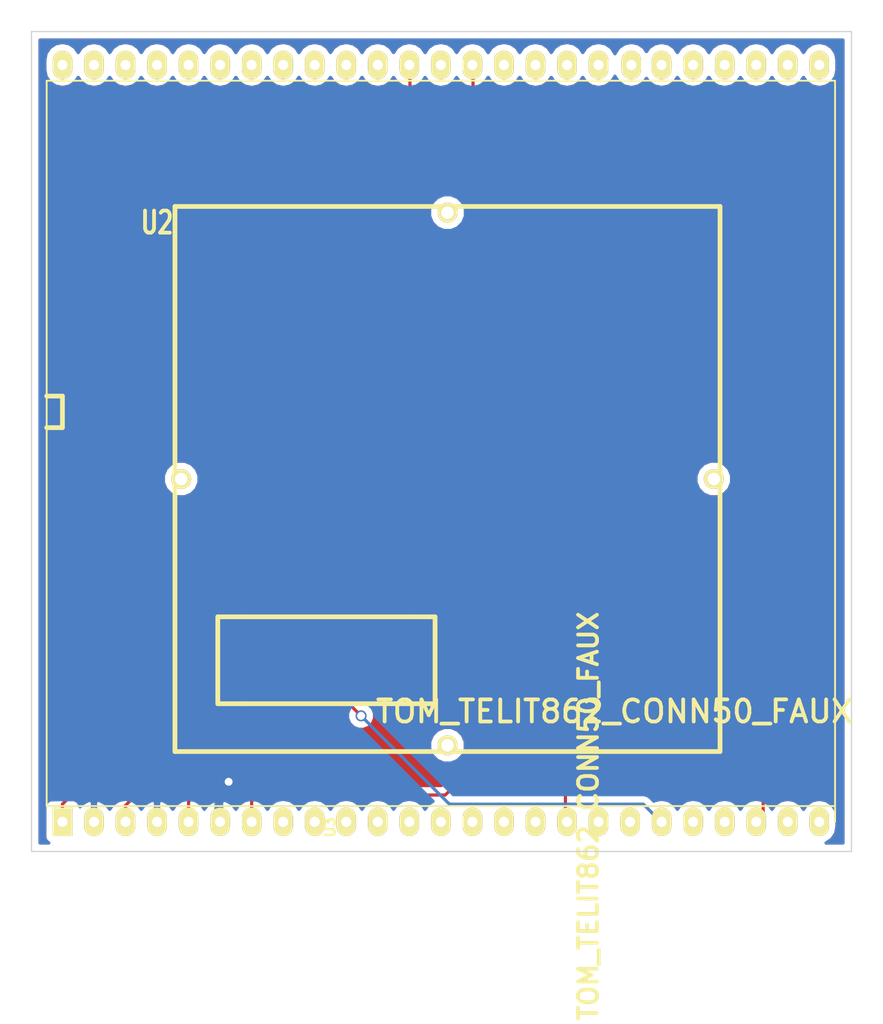
<source format=kicad_pcb>
(kicad_pcb (version 3) (host pcbnew "(2013-07-07 BZR 4022)-stable")

  (general
    (links 17)
    (no_connects 0)
    (area 144.78 111.76 218.313 198.12)
    (thickness 1.6)
    (drawings 4)
    (tracks 82)
    (zones 0)
    (modules 2)
    (nets 8)
  )

  (page A3)
  (layers
    (15 Dessus.Cu signal)
    (0 Dessous.Cu signal)
    (16 Dessous.Adhes user)
    (17 Dessus.Adhes user)
    (18 Dessous.Pate user)
    (19 Dessus.Pate user)
    (20 Dessous.SilkS user)
    (21 Dessus.SilkS user)
    (22 Dessous.Masque user)
    (23 Dessus.Masque user)
    (24 Dessin.User user)
    (25 Cmts.User user)
    (26 Eco1.User user)
    (27 Eco2.User user)
    (28 Contours.Ci user)
  )

  (setup
    (last_trace_width 0.254)
    (trace_clearance 0.1)
    (zone_clearance 0.508)
    (zone_45_only no)
    (trace_min 0.254)
    (segment_width 0.2)
    (edge_width 0.1)
    (via_size 0.889)
    (via_drill 0.635)
    (via_min_size 0.889)
    (via_min_drill 0.508)
    (uvia_size 0.508)
    (uvia_drill 0.127)
    (uvias_allowed no)
    (uvia_min_size 0.508)
    (uvia_min_drill 0.127)
    (pcb_text_width 0.3)
    (pcb_text_size 1.5 1.5)
    (mod_edge_width 0.15)
    (mod_text_size 1 1)
    (mod_text_width 0.15)
    (pad_size 1.5 1.5)
    (pad_drill 0.6)
    (pad_to_mask_clearance 0)
    (aux_axis_origin 0 0)
    (visible_elements FFFFFFBF)
    (pcbplotparams
      (layerselection 3178497)
      (usegerberextensions true)
      (excludeedgelayer true)
      (linewidth 0.150000)
      (plotframeref false)
      (viasonmask false)
      (mode 1)
      (useauxorigin false)
      (hpglpennumber 1)
      (hpglpenspeed 20)
      (hpglpendiameter 15)
      (hpglpenoverlay 2)
      (psnegative false)
      (psa4output false)
      (plotreference true)
      (plotvalue true)
      (plotothertext true)
      (plotinvisibletext false)
      (padsonsilk false)
      (subtractmaskfromsilk false)
      (outputformat 1)
      (mirror false)
      (drillshape 0)
      (scaleselection 1)
      (outputdirectory ""))
  )

  (net 0 "")
  (net 1 /GND)
  (net 2 /Led)
  (net 3 /ON/Off)
  (net 4 /Rst)
  (net 5 /Rx)
  (net 6 /Tx)
  (net 7 /Vbatt)

  (net_class Default "Ceci est la Netclass par défaut"
    (clearance 0.1)
    (trace_width 0.254)
    (via_dia 0.889)
    (via_drill 0.635)
    (uvia_dia 0.508)
    (uvia_drill 0.127)
    (add_net "")
    (add_net /GND)
    (add_net /Led)
    (add_net /ON/Off)
    (add_net /Rst)
    (add_net /Rx)
    (add_net /Tx)
    (add_net /Vbatt)
  )

  (module Modem_gsm_862 (layer Dessus.Cu) (tedit 54D34B1F) (tstamp 54D3432F)
    (at 173.9392 128.4224)
    (descr "Module telit gsm 862")
    (tags mod)
    (path /54D339CA)
    (fp_text reference U2 (at -16.51 1.27) (layer Dessus.SilkS)
      (effects (font (size 1.778 1.27) (thickness 0.3048)))
    )
    (fp_text value TOM_TELIT862_CONN50_FAUX (at 20.32 40.64) (layer Dessus.SilkS)
      (effects (font (size 1.778 1.778) (thickness 0.3048)))
    )
    (fp_line (start 38.1 48.26) (end -25.4 48.26) (layer Dessus.SilkS) (width 0.15))
    (fp_line (start -25.4 48.26) (end -25.4 -10.16) (layer Dessus.SilkS) (width 0.15))
    (fp_line (start 38.1 49.53) (end 38.1 16.51) (layer Dessus.SilkS) (width 0.15))
    (fp_line (start 38.1 -10.16) (end 38.1 16.51) (layer Dessus.SilkS) (width 0.15))
    (fp_line (start 38.1 -10.16) (end -25.4 -10.16) (layer Dessus.SilkS) (width 0.15))
    (fp_line (start -25.4 17.78) (end -24.13 17.78) (layer Dessus.SilkS) (width 0.381))
    (fp_line (start -24.13 17.78) (end -24.13 15.24) (layer Dessus.SilkS) (width 0.381))
    (fp_line (start -24.13 15.24) (end -25.4 15.24) (layer Dessus.SilkS) (width 0.381))
    (pad 1 thru_hole rect (at -24.13 49.53) (size 1.5748 2.286) (drill 0.8128)
      (layers *.Cu *.Mask Dessus.SilkS)
      (net 7 /Vbatt)
    )
    (pad 2 thru_hole oval (at -21.59 49.53) (size 1.5748 2.286) (drill 0.8128)
      (layers *.Cu *.Mask Dessus.SilkS)
      (net 1 /GND)
    )
    (pad 3 thru_hole oval (at -19.05 49.53) (size 1.5748 2.286) (drill 0.8128)
      (layers *.Cu *.Mask Dessus.SilkS)
      (net 7 /Vbatt)
    )
    (pad 4 thru_hole oval (at -16.51 49.53) (size 1.5748 2.286) (drill 0.8128)
      (layers *.Cu *.Mask Dessus.SilkS)
      (net 1 /GND)
    )
    (pad 5 thru_hole oval (at -13.97 49.53) (size 1.5748 2.286) (drill 0.8128)
      (layers *.Cu *.Mask Dessus.SilkS)
      (net 7 /Vbatt)
    )
    (pad 6 thru_hole oval (at -11.43 49.53) (size 1.5748 2.286) (drill 0.8128)
      (layers *.Cu *.Mask Dessus.SilkS)
      (net 1 /GND)
    )
    (pad 7 thru_hole oval (at -8.89 49.53) (size 1.5748 2.286) (drill 0.8128)
      (layers *.Cu *.Mask Dessus.SilkS)
      (net 7 /Vbatt)
    )
    (pad 8 thru_hole oval (at -6.35 49.53) (size 1.5748 2.286) (drill 0.8128)
      (layers *.Cu *.Mask Dessus.SilkS)
    )
    (pad 9 thru_hole oval (at -3.81 49.53) (size 1.5748 2.286) (drill 0.8128)
      (layers *.Cu *.Mask Dessus.SilkS)
    )
    (pad 10 thru_hole oval (at -1.27 49.53) (size 1.5748 2.286) (drill 0.8128)
      (layers *.Cu *.Mask Dessus.SilkS)
    )
    (pad 11 thru_hole oval (at 1.27 49.53) (size 1.5748 2.286) (drill 0.8128)
      (layers *.Cu *.Mask Dessus.SilkS)
    )
    (pad 12 thru_hole oval (at 3.81 49.53) (size 1.5748 2.286) (drill 0.8128)
      (layers *.Cu *.Mask Dessus.SilkS)
    )
    (pad 13 thru_hole oval (at 6.35 49.53) (size 1.5748 2.286) (drill 0.8128)
      (layers *.Cu *.Mask Dessus.SilkS)
    )
    (pad 14 thru_hole oval (at 8.89 49.53) (size 1.5748 2.286) (drill 0.8128)
      (layers *.Cu *.Mask Dessus.SilkS)
    )
    (pad 15 thru_hole oval (at 11.43 49.53) (size 1.5748 2.286) (drill 0.8128)
      (layers *.Cu *.Mask Dessus.SilkS)
    )
    (pad 16 thru_hole oval (at 13.97 49.53) (size 1.5748 2.286) (drill 0.8128)
      (layers *.Cu *.Mask Dessus.SilkS)
    )
    (pad 17 thru_hole oval (at 16.51 49.53) (size 1.5748 2.286) (drill 0.8128)
      (layers *.Cu *.Mask Dessus.SilkS)
      (net 3 /ON/Off)
    )
    (pad 18 thru_hole oval (at 19.05 49.53) (size 1.5748 2.286) (drill 0.8128)
      (layers *.Cu *.Mask Dessus.SilkS)
    )
    (pad 19 thru_hole oval (at 21.59 49.53) (size 1.5748 2.286) (drill 0.8128)
      (layers *.Cu *.Mask Dessus.SilkS)
    )
    (pad 20 thru_hole oval (at 24.13 49.53) (size 1.5748 2.286) (drill 0.8128)
      (layers *.Cu *.Mask Dessus.SilkS)
      (net 6 /Tx)
    )
    (pad 21 thru_hole oval (at 26.67 49.53) (size 1.5748 2.286) (drill 0.8128)
      (layers *.Cu *.Mask Dessus.SilkS)
    )
    (pad 22 thru_hole oval (at 29.21 49.53) (size 1.5748 2.286) (drill 0.8128)
      (layers *.Cu *.Mask Dessus.SilkS)
    )
    (pad 23 thru_hole oval (at 31.75 49.53) (size 1.5748 2.286) (drill 0.8128)
      (layers *.Cu *.Mask Dessus.SilkS)
      (net 4 /Rst)
    )
    (pad 24 thru_hole oval (at 34.29 49.53) (size 1.5748 2.286) (drill 0.8128)
      (layers *.Cu *.Mask Dessus.SilkS)
    )
    (pad 25 thru_hole oval (at 36.83 49.53) (size 1.5748 2.286) (drill 0.8128)
      (layers *.Cu *.Mask Dessus.SilkS)
    )
    (pad 26 thru_hole oval (at 36.83 -11.43) (size 1.5748 2.286) (drill 0.8128)
      (layers *.Cu *.Mask Dessus.SilkS)
    )
    (pad 27 thru_hole oval (at 34.29 -11.43) (size 1.5748 2.286) (drill 0.8128)
      (layers *.Cu *.Mask Dessus.SilkS)
    )
    (pad 28 thru_hole oval (at 31.75 -11.43) (size 1.5748 2.286) (drill 0.8128)
      (layers *.Cu *.Mask Dessus.SilkS)
    )
    (pad 29 thru_hole oval (at 29.21 -11.43) (size 1.5748 2.286) (drill 0.8128)
      (layers *.Cu *.Mask Dessus.SilkS)
    )
    (pad 30 thru_hole oval (at 26.67 -11.43) (size 1.5748 2.286) (drill 0.8128)
      (layers *.Cu *.Mask Dessus.SilkS)
    )
    (pad 31 thru_hole oval (at 24.13 -11.43) (size 1.5748 2.286) (drill 0.8128)
      (layers *.Cu *.Mask Dessus.SilkS)
    )
    (pad 32 thru_hole oval (at 21.6916 -11.43) (size 1.5748 2.286) (drill 0.8128)
      (layers *.Cu *.Mask Dessus.SilkS)
    )
    (pad 33 thru_hole oval (at 19.05 -11.43) (size 1.5748 2.286) (drill 0.8128)
      (layers *.Cu *.Mask Dessus.SilkS)
    )
    (pad 34 thru_hole oval (at 16.51 -11.43) (size 1.5748 2.286) (drill 0.8128)
      (layers *.Cu *.Mask Dessus.SilkS)
    )
    (pad 35 thru_hole oval (at 13.97 -11.43) (size 1.5748 2.286) (drill 0.8128)
      (layers *.Cu *.Mask Dessus.SilkS)
    )
    (pad 36 thru_hole oval (at 11.43 -11.43) (size 1.5748 2.286) (drill 0.8128)
      (layers *.Cu *.Mask Dessus.SilkS)
    )
    (pad 37 thru_hole oval (at 8.89 -11.43) (size 1.5748 2.286) (drill 0.8128)
      (layers *.Cu *.Mask Dessus.SilkS)
      (net 5 /Rx)
    )
    (pad 38 thru_hole oval (at 6.35 -11.43) (size 1.5748 2.286) (drill 0.8128)
      (layers *.Cu *.Mask Dessus.SilkS)
    )
    (pad 39 thru_hole oval (at 3.81 -11.43) (size 1.5748 2.286) (drill 0.8128)
      (layers *.Cu *.Mask Dessus.SilkS)
      (net 2 /Led)
    )
    (pad 40 thru_hole oval (at 1.27 -11.43) (size 1.5748 2.286) (drill 0.8128)
      (layers *.Cu *.Mask Dessus.SilkS)
    )
    (pad 41 thru_hole oval (at -1.27 -11.43) (size 1.5748 2.286) (drill 0.8128)
      (layers *.Cu *.Mask Dessus.SilkS)
    )
    (pad 42 thru_hole oval (at -3.81 -11.43) (size 1.5748 2.286) (drill 0.8128)
      (layers *.Cu *.Mask Dessus.SilkS)
    )
    (pad 43 thru_hole oval (at -6.35 -11.43) (size 1.5748 2.286) (drill 0.8128)
      (layers *.Cu *.Mask Dessus.SilkS)
    )
    (pad 44 thru_hole oval (at -8.89 -11.43) (size 1.5748 2.286) (drill 0.8128)
      (layers *.Cu *.Mask Dessus.SilkS)
    )
    (pad 45 thru_hole oval (at -11.43 -11.43) (size 1.5748 2.286) (drill 0.8128)
      (layers *.Cu *.Mask Dessus.SilkS)
    )
    (pad 46 thru_hole oval (at -13.97 -11.43) (size 1.5748 2.286) (drill 0.8128)
      (layers *.Cu *.Mask Dessus.SilkS)
    )
    (pad 47 thru_hole oval (at -16.51 -11.43) (size 1.5748 2.286) (drill 0.8128)
      (layers *.Cu *.Mask Dessus.SilkS)
    )
    (pad 48 thru_hole oval (at -19.05 -11.43) (size 1.5748 2.286) (drill 0.8128)
      (layers *.Cu *.Mask Dessus.SilkS)
    )
    (pad 49 thru_hole oval (at -21.59 -11.43) (size 1.5748 2.286) (drill 0.8128)
      (layers *.Cu *.Mask Dessus.SilkS)
    )
    (pad 50 thru_hole oval (at -24.13 -11.43) (size 1.5748 2.286) (drill 0.8128)
      (layers *.Cu *.Mask Dessus.SilkS)
    )
    (model dil/dil_64-w600.wrl
      (at (xyz 0 0 0))
      (scale (xyz 1 1.5 1))
      (rotate (xyz 0 0 0))
    )
  )

  (module Tom_Telit862_Conn50 (layer Dessus.Cu) (tedit 506B1619) (tstamp 54D4100C)
    (at 180.8226 150.3426 90)
    (path /54D34A74)
    (clearance 0.20066)
    (fp_text reference U3 (at -28.04922 -9.4488 90) (layer Dessus.SilkS)
      (effects (font (size 0.8001 0.8001) (thickness 0.20066)))
    )
    (fp_text value TOM_TELIT862_CONN50_FAUX (at -27.15006 11.35126 90) (layer Dessus.SilkS)
      (effects (font (size 1.524 1.524) (thickness 0.3048)))
    )
    (fp_line (start 21.95322 -21.95068) (end -21.94814 -21.95068) (layer Dessus.SilkS) (width 0.381))
    (fp_line (start -21.94814 -21.95068) (end -21.94814 21.95068) (layer Dessus.SilkS) (width 0.381))
    (fp_line (start -21.94814 21.95068) (end 21.95322 21.95068) (layer Dessus.SilkS) (width 0.381))
    (fp_line (start 21.95322 21.95068) (end 21.95322 -21.95068) (layer Dessus.SilkS) (width 0.381))
    (fp_line (start -18.0975 -1.00076) (end -18.0975 -2.99974) (layer Dessus.SilkS) (width 0.381))
    (fp_line (start -11.09726 -2.99974) (end -11.09726 -1.00076) (layer Dessus.SilkS) (width 0.381))
    (fp_line (start -11.09726 -16.49984) (end -11.09726 -18.50136) (layer Dessus.SilkS) (width 0.381))
    (fp_line (start -18.0975 -18.50136) (end -18.0975 -16.49984) (layer Dessus.SilkS) (width 0.381))
    (fp_line (start -11.09726 -18.50136) (end -18.0975 -18.50136) (layer Dessus.SilkS) (width 0.381))
    (fp_line (start -18.0975 -16.49984) (end -18.0975 -2.99974) (layer Dessus.SilkS) (width 0.381))
    (fp_line (start -18.0975 -1.00076) (end -11.09726 -1.00076) (layer Dessus.SilkS) (width 0.381))
    (fp_line (start -11.09726 -2.99974) (end -11.09726 -16.49984) (layer Dessus.SilkS) (width 0.381))
    (pad 1 smd rect (at -12.5984 -3.75412) (size 0.24892 1.80086)
      (layers Dessus.Cu Dessus.Pate Dessus.Masque)
      (net 7 /Vbatt)
    )
    (pad 3 smd rect (at -12.5984 -4.2545) (size 0.24892 1.80086)
      (layers Dessus.Cu Dessus.Pate Dessus.Masque)
      (net 7 /Vbatt)
    )
    (pad 5 smd rect (at -12.5984 -4.75488) (size 0.24892 1.80086)
      (layers Dessus.Cu Dessus.Pate Dessus.Masque)
      (net 7 /Vbatt)
    )
    (pad 7 smd rect (at -12.5984 -5.25526) (size 0.24892 1.80086)
      (layers Dessus.Cu Dessus.Pate Dessus.Masque)
      (net 7 /Vbatt)
    )
    (pad 9 smd rect (at -12.5984 -5.7531) (size 0.24892 1.80086)
      (layers Dessus.Cu Dessus.Pate Dessus.Masque)
    )
    (pad 11 smd rect (at -12.5984 -6.25348) (size 0.24892 1.80086)
      (layers Dessus.Cu Dessus.Pate Dessus.Masque)
    )
    (pad 13 smd rect (at -12.5984 -6.75386) (size 0.24892 1.80086)
      (layers Dessus.Cu Dessus.Pate Dessus.Masque)
    )
    (pad 15 smd rect (at -12.5984 -7.25424) (size 0.24892 1.80086)
      (layers Dessus.Cu Dessus.Pate Dessus.Masque)
    )
    (pad 17 smd rect (at -12.5984 -7.75462) (size 0.24892 1.80086)
      (layers Dessus.Cu Dessus.Pate Dessus.Masque)
      (net 3 /ON/Off)
    )
    (pad 19 smd rect (at -12.5984 -8.255) (size 0.24892 1.80086)
      (layers Dessus.Cu Dessus.Pate Dessus.Masque)
    )
    (pad 21 smd rect (at -12.5984 -8.75538) (size 0.24892 1.80086)
      (layers Dessus.Cu Dessus.Pate Dessus.Masque)
    )
    (pad 23 smd rect (at -12.5984 -9.25322) (size 0.24892 1.80086)
      (layers Dessus.Cu Dessus.Pate Dessus.Masque)
      (net 4 /Rst)
    )
    (pad 25 smd rect (at -12.5984 -9.7536) (size 0.24892 1.80086)
      (layers Dessus.Cu Dessus.Pate Dessus.Masque)
    )
    (pad 27 smd rect (at -12.5984 -10.25398) (size 0.24892 1.80086)
      (layers Dessus.Cu Dessus.Pate Dessus.Masque)
    )
    (pad 29 smd rect (at -12.5984 -10.75436) (size 0.24892 1.80086)
      (layers Dessus.Cu Dessus.Pate Dessus.Masque)
    )
    (pad 31 smd rect (at -12.5984 -11.25474) (size 0.24892 1.80086)
      (layers Dessus.Cu Dessus.Pate Dessus.Masque)
    )
    (pad 33 smd rect (at -12.5984 -11.75512) (size 0.24892 1.80086)
      (layers Dessus.Cu Dessus.Pate Dessus.Masque)
    )
    (pad 35 smd rect (at -12.5984 -12.25296) (size 0.24892 1.80086)
      (layers Dessus.Cu Dessus.Pate Dessus.Masque)
    )
    (pad 37 smd rect (at -12.5984 -12.75334) (size 0.24892 1.80086)
      (layers Dessus.Cu Dessus.Pate Dessus.Masque)
      (net 5 /Rx)
    )
    (pad 39 smd rect (at -12.5984 -13.25372) (size 0.24892 1.80086)
      (layers Dessus.Cu Dessus.Pate Dessus.Masque)
      (net 2 /Led)
    )
    (pad 40 smd rect (at -16.5989 -13.25372) (size 0.24892 1.80086)
      (layers Dessus.Cu Dessus.Pate Dessus.Masque)
    )
    (pad 38 smd rect (at -16.5989 -12.75334) (size 0.24892 1.80086)
      (layers Dessus.Cu Dessus.Pate Dessus.Masque)
    )
    (pad 36 smd rect (at -16.5989 -12.25296) (size 0.24892 1.80086)
      (layers Dessus.Cu Dessus.Pate Dessus.Masque)
    )
    (pad 34 smd rect (at -16.5989 -11.75512) (size 0.24892 1.80086)
      (layers Dessus.Cu Dessus.Pate Dessus.Masque)
    )
    (pad 32 smd rect (at -16.5989 -11.25474) (size 0.24892 1.80086)
      (layers Dessus.Cu Dessus.Pate Dessus.Masque)
    )
    (pad 30 smd rect (at -16.5989 -10.75436) (size 0.24892 1.80086)
      (layers Dessus.Cu Dessus.Pate Dessus.Masque)
    )
    (pad 28 smd rect (at -16.5989 -10.25398) (size 0.24892 1.80086)
      (layers Dessus.Cu Dessus.Pate Dessus.Masque)
    )
    (pad 26 smd rect (at -16.5989 -9.7536) (size 0.24892 1.80086)
      (layers Dessus.Cu Dessus.Pate Dessus.Masque)
    )
    (pad 24 smd rect (at -16.5989 -9.25322) (size 0.24892 1.80086)
      (layers Dessus.Cu Dessus.Pate Dessus.Masque)
    )
    (pad 22 smd rect (at -16.5989 -8.75538) (size 0.24892 1.80086)
      (layers Dessus.Cu Dessus.Pate Dessus.Masque)
    )
    (pad 20 smd rect (at -16.5989 -8.255) (size 0.24892 1.80086)
      (layers Dessus.Cu Dessus.Pate Dessus.Masque)
      (net 6 /Tx)
    )
    (pad 18 smd rect (at -16.5989 -7.75462) (size 0.24892 1.80086)
      (layers Dessus.Cu Dessus.Pate Dessus.Masque)
    )
    (pad 16 smd rect (at -16.5989 -7.25424) (size 0.24892 1.80086)
      (layers Dessus.Cu Dessus.Pate Dessus.Masque)
    )
    (pad 14 smd rect (at -16.5989 -6.75386) (size 0.24892 1.80086)
      (layers Dessus.Cu Dessus.Pate Dessus.Masque)
    )
    (pad 12 smd rect (at -16.5989 -6.25348) (size 0.24892 1.80086)
      (layers Dessus.Cu Dessus.Pate Dessus.Masque)
    )
    (pad 10 smd rect (at -16.5989 -5.7531) (size 0.24892 1.80086)
      (layers Dessus.Cu Dessus.Pate Dessus.Masque)
    )
    (pad 8 smd rect (at -16.5989 -5.25526) (size 0.24892 1.80086)
      (layers Dessus.Cu Dessus.Pate Dessus.Masque)
    )
    (pad 6 smd rect (at -16.5989 -4.75488) (size 0.24892 1.80086)
      (layers Dessus.Cu Dessus.Pate Dessus.Masque)
      (net 1 /GND)
    )
    (pad 4 smd rect (at -16.5989 -4.2545) (size 0.24892 1.80086)
      (layers Dessus.Cu Dessus.Pate Dessus.Masque)
      (net 1 /GND)
    )
    (pad 2 smd rect (at -16.5989 -3.75412) (size 0.24892 1.80086)
      (layers Dessus.Cu Dessus.Pate Dessus.Masque)
      (net 1 /GND)
    )
    (pad "" thru_hole circle (at 21.45284 0 180) (size 1.6002 1.6002) (drill 1.00076)
      (layers *.Cu *.Mask Dessus.SilkS)
    )
    (pad "" thru_hole circle (at 0.00254 -21.4503 180) (size 1.6002 1.6002) (drill 1.00076)
      (layers *.Cu *.Mask Dessus.SilkS)
    )
    (pad "" thru_hole circle (at -21.44776 0 180) (size 1.6002 1.6002) (drill 1.00076)
      (layers *.Cu *.Mask Dessus.SilkS)
    )
    (pad "" thru_hole circle (at 0.00254 21.4503 180) (size 1.6002 1.6002) (drill 1.00076)
      (layers *.Cu *.Mask Dessus.SilkS)
    )
    (pad 41 smd rect (at -12.5984 -13.7541) (size 0.24892 1.80086)
      (layers Dessus.Cu Dessus.Pate Dessus.Masque)
    )
    (pad 42 smd rect (at -16.5989 -13.7541) (size 0.24892 1.80086)
      (layers Dessus.Cu Dessus.Pate Dessus.Masque)
    )
    (pad 43 smd rect (at -12.5984 -14.25448) (size 0.24892 1.80086)
      (layers Dessus.Cu Dessus.Pate Dessus.Masque)
    )
    (pad 44 smd rect (at -16.5989 -14.25448) (size 0.24892 1.80086)
      (layers Dessus.Cu Dessus.Pate Dessus.Masque)
    )
    (pad 45 smd rect (at -12.5984 -14.75486) (size 0.24892 1.80086)
      (layers Dessus.Cu Dessus.Pate Dessus.Masque)
    )
    (pad 46 smd rect (at -16.5989 -14.75486) (size 0.24892 1.80086)
      (layers Dessus.Cu Dessus.Pate Dessus.Masque)
    )
    (pad 47 smd rect (at -12.5984 -15.25524) (size 0.24892 1.80086)
      (layers Dessus.Cu Dessus.Pate Dessus.Masque)
    )
    (pad 48 smd rect (at -16.5989 -15.25524) (size 0.24892 1.80086)
      (layers Dessus.Cu Dessus.Pate Dessus.Masque)
    )
    (pad 49 smd rect (at -12.5984 -15.75562) (size 0.24892 1.80086)
      (layers Dessus.Cu Dessus.Pate Dessus.Masque)
    )
    (pad 50 smd rect (at -16.5989 -15.75562) (size 0.24892 1.80086)
      (layers Dessus.Cu Dessus.Pate Dessus.Masque)
    )
  )

  (gr_line (start 213.36 114.3) (end 147.32 114.3) (angle 90) (layer Contours.Ci) (width 0.1))
  (gr_line (start 213.36 180.34) (end 213.36 114.3) (angle 90) (layer Contours.Ci) (width 0.1))
  (gr_line (start 147.32 180.34) (end 213.36 180.34) (angle 90) (layer Contours.Ci) (width 0.1))
  (gr_line (start 147.32 114.3) (end 147.32 180.34) (angle 90) (layer Contours.Ci) (width 0.1))

  (segment (start 158.8008 174.7266) (end 152.9334 174.7266) (width 0.254) (layer Dessous.Cu) (net 1))
  (segment (start 152.9334 174.7266) (end 152.3492 175.3108) (width 0.254) (layer Dessous.Cu) (net 1) (tstamp 54D411DF))
  (segment (start 152.3492 175.3108) (end 152.3492 177.9524) (width 0.254) (layer Dessous.Cu) (net 1) (tstamp 54D411E0))
  (via (at 152.3492 177.9524) (size 0.889) (layers Dessus.Cu Dessous.Cu) (net 1))
  (via (at 157.4292 177.9524) (size 0.889) (layers Dessus.Cu Dessous.Cu) (net 1))
  (segment (start 157.4292 177.9524) (end 157.5308 177.8508) (width 0.254) (layer Dessous.Cu) (net 1) (tstamp 54D411D6))
  (segment (start 157.5308 177.8508) (end 157.5308 175.7934) (width 0.254) (layer Dessous.Cu) (net 1) (tstamp 54D411D7))
  (segment (start 157.5308 175.7934) (end 158.5976 174.7266) (width 0.254) (layer Dessous.Cu) (net 1) (tstamp 54D411D8))
  (segment (start 158.5976 174.7266) (end 158.8008 174.7266) (width 0.254) (layer Dessous.Cu) (net 1) (tstamp 54D411D9))
  (segment (start 158.8008 174.7266) (end 163.195 174.7266) (width 0.254) (layer Dessous.Cu) (net 1) (tstamp 54D411DD))
  (segment (start 163.195 174.7266) (end 162.179 175.7426) (width 0.254) (layer Dessous.Cu) (net 1))
  (segment (start 162.179 175.7426) (end 162.179 177.6222) (width 0.254) (layer Dessous.Cu) (net 1) (tstamp 54D411D0))
  (segment (start 162.179 177.6222) (end 162.5092 177.9524) (width 0.254) (layer Dessous.Cu) (net 1) (tstamp 54D411D1))
  (via (at 162.5092 177.9524) (size 0.889) (layers Dessus.Cu Dessous.Cu) (net 1))
  (segment (start 176.06772 166.9415) (end 176.5681 166.9415) (width 0.254) (layer Dessus.Cu) (net 1))
  (segment (start 176.5681 166.9415) (end 177.06848 166.9415) (width 0.254) (layer Dessus.Cu) (net 1) (tstamp 54D4119C))
  (segment (start 177.06848 166.9415) (end 177.08118 166.9288) (width 0.254) (layer Dessus.Cu) (net 1) (tstamp 54D4119D))
  (segment (start 177.08118 166.9288) (end 177.4952 166.9288) (width 0.254) (layer Dessus.Cu) (net 1) (tstamp 54D4119E))
  (segment (start 177.4952 166.9288) (end 178.2064 167.64) (width 0.254) (layer Dessus.Cu) (net 1) (tstamp 54D4119F))
  (segment (start 178.2064 167.64) (end 178.2064 171.5262) (width 0.254) (layer Dessus.Cu) (net 1) (tstamp 54D411A0))
  (segment (start 178.2064 171.5262) (end 174.9552 174.7774) (width 0.254) (layer Dessus.Cu) (net 1) (tstamp 54D411A1))
  (segment (start 174.9552 174.7774) (end 163.2458 174.7774) (width 0.254) (layer Dessus.Cu) (net 1) (tstamp 54D411A2))
  (segment (start 163.2458 174.7774) (end 163.195 174.7266) (width 0.254) (layer Dessus.Cu) (net 1) (tstamp 54D411A4))
  (via (at 163.195 174.7266) (size 0.889) (layers Dessus.Cu Dessous.Cu) (net 1))
  (segment (start 163.195 174.7266) (end 162.5092 175.4124) (width 0.254) (layer Dessous.Cu) (net 1) (tstamp 54D411A6))
  (segment (start 167.56888 162.941) (end 167.513 162.941) (width 0.254) (layer Dessus.Cu) (net 2) (status 80000))
  (segment (start 167.513 162.941) (end 167.64 162.814) (width 0.254) (layer Dessus.Cu) (net 2) (status 80000))
  (segment (start 167.64 162.814) (end 167.64 161.798) (width 0.254) (layer Dessus.Cu) (net 2) (status 80000))
  (segment (start 167.64 161.798) (end 177.8 151.638) (width 0.254) (layer Dessus.Cu) (net 2) (status 80000))
  (segment (start 177.8 151.638) (end 177.8 116.967) (width 0.254) (layer Dessus.Cu) (net 2) (status 80000))
  (segment (start 177.8 116.967) (end 177.7492 116.9924) (width 0.254) (layer Dessus.Cu) (net 2) (tstamp 54D411E6) (status 80000))
  (segment (start 173.06798 162.941) (end 173.06798 161.32302) (width 0.254) (layer Dessus.Cu) (net 3))
  (segment (start 173.06798 161.32302) (end 173.6852 160.7058) (width 0.254) (layer Dessus.Cu) (net 3) (tstamp 54D411F9))
  (segment (start 173.6852 160.7058) (end 186.2582 160.7058) (width 0.254) (layer Dessus.Cu) (net 3) (tstamp 54D411FA))
  (segment (start 186.2582 160.7058) (end 190.3222 164.7698) (width 0.254) (layer Dessus.Cu) (net 3) (tstamp 54D411FB))
  (segment (start 190.3222 164.7698) (end 190.3222 177.8254) (width 0.254) (layer Dessus.Cu) (net 3) (tstamp 54D411FD))
  (segment (start 190.3222 177.8254) (end 190.4492 177.9524) (width 0.254) (layer Dessus.Cu) (net 3) (tstamp 54D411FF))
  (segment (start 171.56938 162.941) (end 171.56938 161.22142) (width 0.254) (layer Dessus.Cu) (net 4))
  (segment (start 171.56938 161.22142) (end 173.101 159.6898) (width 0.254) (layer Dessus.Cu) (net 4) (tstamp 54D411EF))
  (segment (start 173.101 159.6898) (end 199.0344 159.6898) (width 0.254) (layer Dessus.Cu) (net 4) (tstamp 54D411F0))
  (segment (start 199.0344 159.6898) (end 206.248 166.9034) (width 0.254) (layer Dessus.Cu) (net 4) (tstamp 54D411F2))
  (segment (start 206.248 166.9034) (end 206.248 177.3936) (width 0.254) (layer Dessus.Cu) (net 4) (tstamp 54D411F4))
  (segment (start 206.248 177.3936) (end 205.6892 177.9524) (width 0.254) (layer Dessus.Cu) (net 4) (tstamp 54D411F6))
  (segment (start 168.06926 162.941) (end 168.021 162.941) (width 0.254) (layer Dessus.Cu) (net 5) (status 80000))
  (segment (start 168.021 162.941) (end 168.148 162.814) (width 0.254) (layer Dessus.Cu) (net 5) (status 80000))
  (segment (start 168.148 162.814) (end 168.148 161.798) (width 0.254) (layer Dessus.Cu) (net 5) (status 80000))
  (segment (start 168.148 161.798) (end 168.402 161.798) (width 0.254) (layer Dessus.Cu) (net 5) (status 80000))
  (segment (start 168.402 161.798) (end 182.88 147.32) (width 0.254) (layer Dessus.Cu) (net 5) (status 80000))
  (segment (start 182.88 147.32) (end 182.88 116.967) (width 0.254) (layer Dessus.Cu) (net 5) (status 80000))
  (segment (start 182.88 116.967) (end 182.8292 116.9924) (width 0.254) (layer Dessus.Cu) (net 5) (tstamp 54D411E9) (status 80000))
  (segment (start 172.5676 166.9415) (end 172.593 167.005) (width 0.254) (layer Dessus.Cu) (net 6) (status 80000))
  (segment (start 172.593 167.005) (end 172.593 168.148) (width 0.254) (layer Dessus.Cu) (net 6) (status 80000))
  (segment (start 172.593 168.148) (end 173.863 169.418) (width 0.254) (layer Dessus.Cu) (net 6) (status 80000))
  (via (at 173.863 169.418) (size 0.889) (layers Dessus.Cu Dessous.Cu) (net 6) (status 80000))
  (segment (start 173.863 169.418) (end 180.975 176.53) (width 0.254) (layer Dessous.Cu) (net 6) (status 80000))
  (segment (start 180.975 176.53) (end 196.596 176.53) (width 0.254) (layer Dessous.Cu) (net 6) (status 80000))
  (segment (start 196.596 176.53) (end 197.993 177.927) (width 0.254) (layer Dessous.Cu) (net 6) (status 80000))
  (segment (start 197.993 177.927) (end 198.12 177.927) (width 0.254) (layer Dessous.Cu) (net 6) (status 80000))
  (segment (start 198.12 177.927) (end 198.0692 177.9524) (width 0.254) (layer Dessous.Cu) (net 6) (tstamp 54D411E5) (status 80000))
  (segment (start 155.8544 175.7934) (end 150.5458 175.7934) (width 0.254) (layer Dessus.Cu) (net 7))
  (segment (start 150.5458 175.7934) (end 149.8092 176.53) (width 0.254) (layer Dessus.Cu) (net 7) (tstamp 54D411C8))
  (segment (start 149.8092 176.53) (end 149.8092 177.9524) (width 0.254) (layer Dessus.Cu) (net 7) (tstamp 54D411C9))
  (segment (start 160.5534 175.7934) (end 155.8544 175.7934) (width 0.254) (layer Dessus.Cu) (net 7))
  (segment (start 155.8544 175.7934) (end 155.7274 175.7934) (width 0.254) (layer Dessus.Cu) (net 7) (tstamp 54D411C6))
  (segment (start 155.7274 175.7934) (end 154.8892 176.6316) (width 0.254) (layer Dessus.Cu) (net 7) (tstamp 54D411C2))
  (segment (start 154.8892 176.6316) (end 154.8892 177.9524) (width 0.254) (layer Dessus.Cu) (net 7) (tstamp 54D411C3))
  (segment (start 165.5826 175.7934) (end 160.5534 175.7934) (width 0.254) (layer Dessus.Cu) (net 7))
  (segment (start 160.5534 175.7934) (end 160.5026 175.7934) (width 0.254) (layer Dessus.Cu) (net 7) (tstamp 54D411C0))
  (segment (start 160.5026 175.7934) (end 159.9692 176.3268) (width 0.254) (layer Dessus.Cu) (net 7) (tstamp 54D411BC))
  (segment (start 159.9692 176.3268) (end 159.9692 177.9524) (width 0.254) (layer Dessus.Cu) (net 7) (tstamp 54D411BD))
  (segment (start 175.56734 162.941) (end 176.06772 162.941) (width 0.254) (layer Dessus.Cu) (net 7))
  (segment (start 176.06772 162.941) (end 176.5681 162.941) (width 0.254) (layer Dessus.Cu) (net 7) (tstamp 54D411AB))
  (segment (start 176.5681 162.941) (end 177.06848 162.941) (width 0.254) (layer Dessus.Cu) (net 7) (tstamp 54D411AC))
  (segment (start 177.06848 162.941) (end 177.11928 162.8902) (width 0.254) (layer Dessus.Cu) (net 7) (tstamp 54D411AD))
  (segment (start 177.11928 162.8902) (end 179.8828 162.8902) (width 0.254) (layer Dessus.Cu) (net 7) (tstamp 54D411AE))
  (segment (start 179.8828 162.8902) (end 183.1848 166.1922) (width 0.254) (layer Dessus.Cu) (net 7) (tstamp 54D411AF))
  (segment (start 183.1848 166.1922) (end 183.1848 173.2534) (width 0.254) (layer Dessus.Cu) (net 7) (tstamp 54D411B0))
  (segment (start 183.1848 173.2534) (end 180.6448 175.7934) (width 0.254) (layer Dessus.Cu) (net 7) (tstamp 54D411B2))
  (segment (start 180.6448 175.7934) (end 165.5826 175.7934) (width 0.254) (layer Dessus.Cu) (net 7) (tstamp 54D411B4))
  (segment (start 165.5826 175.7934) (end 165.5572 175.7934) (width 0.254) (layer Dessus.Cu) (net 7) (tstamp 54D411BA))
  (segment (start 165.5572 175.7934) (end 165.0492 176.3014) (width 0.254) (layer Dessus.Cu) (net 7) (tstamp 54D411B6))
  (segment (start 165.0492 176.3014) (end 165.0492 177.9524) (width 0.254) (layer Dessus.Cu) (net 7) (tstamp 54D411B7))

  (zone (net 1) (net_name /GND) (layer Dessous.Cu) (tstamp 54D346E0) (hatch edge 0.508)
    (connect_pads (clearance 0.508))
    (min_thickness 0.254)
    (fill (arc_segments 16) (thermal_gap 0.508) (thermal_bridge_width 0.508))
    (polygon
      (pts
        (xy 215.9 182.88) (xy 144.78 182.88) (xy 144.78 111.76) (xy 215.9 111.76)
      )
    )
    (filled_polygon
      (pts
        (xy 212.675 179.655) (xy 211.31646 179.655) (xy 211.774989 179.348622) (xy 212.083326 178.887162) (xy 212.1916 178.342833)
        (xy 212.1916 177.561967) (xy 212.1916 117.382833) (xy 212.1916 116.601967) (xy 212.083326 116.057638) (xy 211.774989 115.596178)
        (xy 211.313529 115.287841) (xy 210.7692 115.179567) (xy 210.224871 115.287841) (xy 209.763411 115.596178) (xy 209.4992 115.991598)
        (xy 209.234989 115.596178) (xy 208.773529 115.287841) (xy 208.2292 115.179567) (xy 207.684871 115.287841) (xy 207.223411 115.596178)
        (xy 206.9592 115.991598) (xy 206.694989 115.596178) (xy 206.233529 115.287841) (xy 205.6892 115.179567) (xy 205.144871 115.287841)
        (xy 204.683411 115.596178) (xy 204.4192 115.991598) (xy 204.154989 115.596178) (xy 203.693529 115.287841) (xy 203.1492 115.179567)
        (xy 202.604871 115.287841) (xy 202.143411 115.596178) (xy 201.8792 115.991598) (xy 201.614989 115.596178) (xy 201.153529 115.287841)
        (xy 200.6092 115.179567) (xy 200.064871 115.287841) (xy 199.603411 115.596178) (xy 199.3392 115.991598) (xy 199.074989 115.596178)
        (xy 198.613529 115.287841) (xy 198.0692 115.179567) (xy 197.524871 115.287841) (xy 197.063411 115.596178) (xy 196.85 115.91557)
        (xy 196.636589 115.596178) (xy 196.175129 115.287841) (xy 195.6308 115.179567) (xy 195.086471 115.287841) (xy 194.625011 115.596178)
        (xy 194.316674 116.057638) (xy 194.31 116.09119) (xy 194.303326 116.057638) (xy 193.994989 115.596178) (xy 193.533529 115.287841)
        (xy 192.9892 115.179567) (xy 192.444871 115.287841) (xy 191.983411 115.596178) (xy 191.7192 115.991598) (xy 191.454989 115.596178)
        (xy 190.993529 115.287841) (xy 190.4492 115.179567) (xy 189.904871 115.287841) (xy 189.443411 115.596178) (xy 189.1792 115.991598)
        (xy 188.914989 115.596178) (xy 188.453529 115.287841) (xy 187.9092 115.179567) (xy 187.364871 115.287841) (xy 186.903411 115.596178)
        (xy 186.6392 115.991598) (xy 186.374989 115.596178) (xy 185.913529 115.287841) (xy 185.3692 115.179567) (xy 184.824871 115.287841)
        (xy 184.363411 115.596178) (xy 184.0992 115.991598) (xy 183.834989 115.596178) (xy 183.373529 115.287841) (xy 182.8292 115.179567)
        (xy 182.284871 115.287841) (xy 181.823411 115.596178) (xy 181.5592 115.991598) (xy 181.294989 115.596178) (xy 180.833529 115.287841)
        (xy 180.2892 115.179567) (xy 179.744871 115.287841) (xy 179.283411 115.596178) (xy 179.0192 115.991598) (xy 178.754989 115.596178)
        (xy 178.293529 115.287841) (xy 177.7492 115.179567) (xy 177.204871 115.287841) (xy 176.743411 115.596178) (xy 176.4792 115.991598)
        (xy 176.214989 115.596178) (xy 175.753529 115.287841) (xy 175.2092 115.179567) (xy 174.664871 115.287841) (xy 174.203411 115.596178)
        (xy 173.9392 115.991598) (xy 173.674989 115.596178) (xy 173.213529 115.287841) (xy 172.6692 115.179567) (xy 172.124871 115.287841)
        (xy 171.663411 115.596178) (xy 171.3992 115.991598) (xy 171.134989 115.596178) (xy 170.673529 115.287841) (xy 170.1292 115.179567)
        (xy 169.584871 115.287841) (xy 169.123411 115.596178) (xy 168.8592 115.991598) (xy 168.594989 115.596178) (xy 168.133529 115.287841)
        (xy 167.5892 115.179567) (xy 167.044871 115.287841) (xy 166.583411 115.596178) (xy 166.3192 115.991598) (xy 166.054989 115.596178)
        (xy 165.593529 115.287841) (xy 165.0492 115.179567) (xy 164.504871 115.287841) (xy 164.043411 115.596178) (xy 163.7792 115.991598)
        (xy 163.514989 115.596178) (xy 163.053529 115.287841) (xy 162.5092 115.179567) (xy 161.964871 115.287841) (xy 161.503411 115.596178)
        (xy 161.2392 115.991598) (xy 160.974989 115.596178) (xy 160.513529 115.287841) (xy 159.9692 115.179567) (xy 159.424871 115.287841)
        (xy 158.963411 115.596178) (xy 158.6992 115.991598) (xy 158.434989 115.596178) (xy 157.973529 115.287841) (xy 157.4292 115.179567)
        (xy 156.884871 115.287841) (xy 156.423411 115.596178) (xy 156.1592 115.991598) (xy 155.894989 115.596178) (xy 155.433529 115.287841)
        (xy 154.8892 115.179567) (xy 154.344871 115.287841) (xy 153.883411 115.596178) (xy 153.6192 115.991598) (xy 153.354989 115.596178)
        (xy 152.893529 115.287841) (xy 152.3492 115.179567) (xy 151.804871 115.287841) (xy 151.343411 115.596178) (xy 151.0792 115.991598)
        (xy 150.814989 115.596178) (xy 150.353529 115.287841) (xy 149.8092 115.179567) (xy 149.264871 115.287841) (xy 148.803411 115.596178)
        (xy 148.495074 116.057638) (xy 148.3868 116.601967) (xy 148.3868 117.382833) (xy 148.495074 117.927162) (xy 148.803411 118.388622)
        (xy 149.264871 118.696959) (xy 149.8092 118.805233) (xy 150.353529 118.696959) (xy 150.814989 118.388622) (xy 151.0792 117.993201)
        (xy 151.343411 118.388622) (xy 151.804871 118.696959) (xy 152.3492 118.805233) (xy 152.893529 118.696959) (xy 153.354989 118.388622)
        (xy 153.6192 117.993201) (xy 153.883411 118.388622) (xy 154.344871 118.696959) (xy 154.8892 118.805233) (xy 155.433529 118.696959)
        (xy 155.894989 118.388622) (xy 156.1592 117.993201) (xy 156.423411 118.388622) (xy 156.884871 118.696959) (xy 157.4292 118.805233)
        (xy 157.973529 118.696959) (xy 158.434989 118.388622) (xy 158.6992 117.993201) (xy 158.963411 118.388622) (xy 159.424871 118.696959)
        (xy 159.9692 118.805233) (xy 160.513529 118.696959) (xy 160.974989 118.388622) (xy 161.2392 117.993201) (xy 161.503411 118.388622)
        (xy 161.964871 118.696959) (xy 162.5092 118.805233) (xy 163.053529 118.696959) (xy 163.514989 118.388622) (xy 163.7792 117.993201)
        (xy 164.043411 118.388622) (xy 164.504871 118.696959) (xy 165.0492 118.805233) (xy 165.593529 118.696959) (xy 166.054989 118.388622)
        (xy 166.3192 117.993201) (xy 166.583411 118.388622) (xy 167.044871 118.696959) (xy 167.5892 118.805233) (xy 168.133529 118.696959)
        (xy 168.594989 118.388622) (xy 168.8592 117.993201) (xy 169.123411 118.388622) (xy 169.584871 118.696959) (xy 170.1292 118.805233)
        (xy 170.673529 118.696959) (xy 171.134989 118.388622) (xy 171.3992 117.993201) (xy 171.663411 118.388622) (xy 172.124871 118.696959)
        (xy 172.6692 118.805233) (xy 173.213529 118.696959) (xy 173.674989 118.388622) (xy 173.9392 117.993201) (xy 174.203411 118.388622)
        (xy 174.664871 118.696959) (xy 175.2092 118.805233) (xy 175.753529 118.696959) (xy 176.214989 118.388622) (xy 176.4792 117.993201)
        (xy 176.743411 118.388622) (xy 177.204871 118.696959) (xy 177.7492 118.805233) (xy 178.293529 118.696959) (xy 178.754989 118.388622)
        (xy 179.0192 117.993201) (xy 179.283411 118.388622) (xy 179.744871 118.696959) (xy 180.2892 118.805233) (xy 180.833529 118.696959)
        (xy 181.294989 118.388622) (xy 181.5592 117.993201) (xy 181.823411 118.388622) (xy 182.284871 118.696959) (xy 182.8292 118.805233)
        (xy 183.373529 118.696959) (xy 183.834989 118.388622) (xy 184.0992 117.993201) (xy 184.363411 118.388622) (xy 184.824871 118.696959)
        (xy 185.3692 118.805233) (xy 185.913529 118.696959) (xy 186.374989 118.388622) (xy 186.6392 117.993201) (xy 186.903411 118.388622)
        (xy 187.364871 118.696959) (xy 187.9092 118.805233) (xy 188.453529 118.696959) (xy 188.914989 118.388622) (xy 189.1792 117.993201)
        (xy 189.443411 118.388622) (xy 189.904871 118.696959) (xy 190.4492 118.805233) (xy 190.993529 118.696959) (xy 191.454989 118.388622)
        (xy 191.7192 117.993201) (xy 191.983411 118.388622) (xy 192.444871 118.696959) (xy 192.9892 118.805233) (xy 193.533529 118.696959)
        (xy 193.994989 118.388622) (xy 194.303326 117.927162) (xy 194.31 117.893609) (xy 194.316674 117.927162) (xy 194.625011 118.388622)
        (xy 195.086471 118.696959) (xy 195.6308 118.805233) (xy 196.175129 118.696959) (xy 196.636589 118.388622) (xy 196.85 118.069229)
        (xy 197.063411 118.388622) (xy 197.524871 118.696959) (xy 198.0692 118.805233) (xy 198.613529 118.696959) (xy 199.074989 118.388622)
        (xy 199.3392 117.993201) (xy 199.603411 118.388622) (xy 200.064871 118.696959) (xy 200.6092 118.805233) (xy 201.153529 118.696959)
        (xy 201.614989 118.388622) (xy 201.8792 117.993201) (xy 202.143411 118.388622) (xy 202.604871 118.696959) (xy 203.1492 118.805233)
        (xy 203.693529 118.696959) (xy 204.154989 118.388622) (xy 204.4192 117.993201) (xy 204.683411 118.388622) (xy 205.144871 118.696959)
        (xy 205.6892 118.805233) (xy 206.233529 118.696959) (xy 206.694989 118.388622) (xy 206.9592 117.993201) (xy 207.223411 118.388622)
        (xy 207.684871 118.696959) (xy 208.2292 118.805233) (xy 208.773529 118.696959) (xy 209.234989 118.388622) (xy 209.4992 117.993201)
        (xy 209.763411 118.388622) (xy 210.224871 118.696959) (xy 210.7692 118.805233) (xy 211.313529 118.696959) (xy 211.774989 118.388622)
        (xy 212.083326 117.927162) (xy 212.1916 117.382833) (xy 212.1916 177.561967) (xy 212.083326 177.017638) (xy 211.774989 176.556178)
        (xy 211.313529 176.247841) (xy 210.7692 176.139567) (xy 210.224871 176.247841) (xy 209.763411 176.556178) (xy 209.4992 176.951598)
        (xy 209.234989 176.556178) (xy 208.773529 176.247841) (xy 208.2292 176.139567) (xy 207.684871 176.247841) (xy 207.223411 176.556178)
        (xy 206.9592 176.951598) (xy 206.694989 176.556178) (xy 206.233529 176.247841) (xy 205.6892 176.139567) (xy 205.144871 176.247841)
        (xy 204.683411 176.556178) (xy 204.4192 176.951598) (xy 204.154989 176.556178) (xy 203.708248 176.257675) (xy 203.708248 150.055853)
        (xy 203.490228 149.528203) (xy 203.08688 149.124151) (xy 202.559611 148.90521) (xy 201.988693 148.904712) (xy 201.461043 149.122732)
        (xy 201.056991 149.52608) (xy 200.83805 150.053349) (xy 200.837552 150.624267) (xy 201.055572 151.151917) (xy 201.45892 151.555969)
        (xy 201.986189 151.77491) (xy 202.557107 151.775408) (xy 203.084757 151.557388) (xy 203.488809 151.15404) (xy 203.70775 150.626771)
        (xy 203.708248 150.055853) (xy 203.708248 176.257675) (xy 203.693529 176.247841) (xy 203.1492 176.139567) (xy 202.604871 176.247841)
        (xy 202.143411 176.556178) (xy 201.8792 176.951598) (xy 201.614989 176.556178) (xy 201.153529 176.247841) (xy 200.6092 176.139567)
        (xy 200.064871 176.247841) (xy 199.603411 176.556178) (xy 199.3392 176.951598) (xy 199.074989 176.556178) (xy 198.613529 176.247841)
        (xy 198.0692 176.139567) (xy 197.524871 176.247841) (xy 197.444903 176.301273) (xy 197.134815 175.991185) (xy 196.887605 175.826004)
        (xy 196.596 175.768) (xy 182.257948 175.768) (xy 182.257948 171.506153) (xy 182.257948 128.605553) (xy 182.039928 128.077903)
        (xy 181.63658 127.673851) (xy 181.109311 127.45491) (xy 180.538393 127.454412) (xy 180.010743 127.672432) (xy 179.606691 128.07578)
        (xy 179.38775 128.603049) (xy 179.387252 129.173967) (xy 179.605272 129.701617) (xy 180.00862 130.105669) (xy 180.535889 130.32461)
        (xy 181.106807 130.325108) (xy 181.634457 130.107088) (xy 182.038509 129.70374) (xy 182.25745 129.176471) (xy 182.257948 128.605553)
        (xy 182.257948 171.506153) (xy 182.039928 170.978503) (xy 181.63658 170.574451) (xy 181.109311 170.35551) (xy 180.538393 170.355012)
        (xy 180.010743 170.573032) (xy 179.606691 170.97638) (xy 179.38775 171.503649) (xy 179.387252 172.074567) (xy 179.605272 172.602217)
        (xy 180.00862 173.006269) (xy 180.535889 173.22521) (xy 181.106807 173.225708) (xy 181.634457 173.007688) (xy 182.038509 172.60434)
        (xy 182.25745 172.077071) (xy 182.257948 171.506153) (xy 182.257948 175.768) (xy 181.29063 175.768) (xy 174.942499 169.419869)
        (xy 174.942687 169.204216) (xy 174.778689 168.807311) (xy 174.475286 168.503378) (xy 174.078668 168.338687) (xy 173.649216 168.338313)
        (xy 173.252311 168.502311) (xy 172.948378 168.805714) (xy 172.783687 169.202332) (xy 172.783313 169.631784) (xy 172.947311 170.028689)
        (xy 173.250714 170.332622) (xy 173.647332 170.497313) (xy 173.864872 170.497502) (xy 179.667144 176.299775) (xy 179.283411 176.556178)
        (xy 179.0192 176.951598) (xy 178.754989 176.556178) (xy 178.293529 176.247841) (xy 177.7492 176.139567) (xy 177.204871 176.247841)
        (xy 176.743411 176.556178) (xy 176.4792 176.951598) (xy 176.214989 176.556178) (xy 175.753529 176.247841) (xy 175.2092 176.139567)
        (xy 174.664871 176.247841) (xy 174.203411 176.556178) (xy 173.9392 176.951598) (xy 173.674989 176.556178) (xy 173.213529 176.247841)
        (xy 172.6692 176.139567) (xy 172.124871 176.247841) (xy 171.663411 176.556178) (xy 171.3992 176.951598) (xy 171.134989 176.556178)
        (xy 170.673529 176.247841) (xy 170.1292 176.139567) (xy 169.584871 176.247841) (xy 169.123411 176.556178) (xy 168.8592 176.951598)
        (xy 168.594989 176.556178) (xy 168.133529 176.247841) (xy 167.5892 176.139567) (xy 167.044871 176.247841) (xy 166.583411 176.556178)
        (xy 166.3192 176.951598) (xy 166.054989 176.556178) (xy 165.593529 176.247841) (xy 165.0492 176.139567) (xy 164.504871 176.247841)
        (xy 164.043411 176.556178) (xy 163.779446 176.951229) (xy 163.774725 176.935138) (xy 163.425186 176.501209) (xy 162.936196 176.234073)
        (xy 162.85626 176.21739) (xy 162.6362 176.339549) (xy 162.6362 177.8254) (xy 162.6562 177.8254) (xy 162.6562 178.0794)
        (xy 162.6362 178.0794) (xy 162.6362 178.0994) (xy 162.3822 178.0994) (xy 162.3822 178.0794) (xy 162.3622 178.0794)
        (xy 162.3622 177.8254) (xy 162.3822 177.8254) (xy 162.3822 176.339549) (xy 162.16214 176.21739) (xy 162.082204 176.234073)
        (xy 161.593214 176.501209) (xy 161.243675 176.935138) (xy 161.238953 176.951229) (xy 160.974989 176.556178) (xy 160.807648 176.444364)
        (xy 160.807648 150.055853) (xy 160.589628 149.528203) (xy 160.18628 149.124151) (xy 159.659011 148.90521) (xy 159.088093 148.904712)
        (xy 158.560443 149.122732) (xy 158.156391 149.52608) (xy 157.93745 150.053349) (xy 157.936952 150.624267) (xy 158.154972 151.151917)
        (xy 158.55832 151.555969) (xy 159.085589 151.77491) (xy 159.656507 151.775408) (xy 160.184157 151.557388) (xy 160.588209 151.15404)
        (xy 160.80715 150.626771) (xy 160.807648 150.055853) (xy 160.807648 176.444364) (xy 160.513529 176.247841) (xy 159.9692 176.139567)
        (xy 159.424871 176.247841) (xy 158.963411 176.556178) (xy 158.699446 176.951229) (xy 158.694725 176.935138) (xy 158.345186 176.501209)
        (xy 157.856196 176.234073) (xy 157.77626 176.21739) (xy 157.5562 176.339549) (xy 157.5562 177.8254) (xy 157.5762 177.8254)
        (xy 157.5762 178.0794) (xy 157.5562 178.0794) (xy 157.5562 178.0994) (xy 157.3022 178.0994) (xy 157.3022 178.0794)
        (xy 157.2822 178.0794) (xy 157.2822 177.8254) (xy 157.3022 177.8254) (xy 157.3022 176.339549) (xy 157.08214 176.21739)
        (xy 157.002204 176.234073) (xy 156.513214 176.501209) (xy 156.163675 176.935138) (xy 156.158953 176.951229) (xy 155.894989 176.556178)
        (xy 155.433529 176.247841) (xy 154.8892 176.139567) (xy 154.344871 176.247841) (xy 153.883411 176.556178) (xy 153.619446 176.951229)
        (xy 153.614725 176.935138) (xy 153.265186 176.501209) (xy 152.776196 176.234073) (xy 152.69626 176.21739) (xy 152.4762 176.339549)
        (xy 152.4762 177.8254) (xy 152.4962 177.8254) (xy 152.4962 178.0794) (xy 152.4762 178.0794) (xy 152.4762 178.0994)
        (xy 152.2222 178.0994) (xy 152.2222 178.0794) (xy 152.2022 178.0794) (xy 152.2022 177.8254) (xy 152.2222 177.8254)
        (xy 152.2222 176.339549) (xy 152.00214 176.21739) (xy 151.922204 176.234073) (xy 151.433214 176.501209) (xy 151.23171 176.751362)
        (xy 151.23171 176.683645) (xy 151.135241 176.450171) (xy 150.956768 176.271387) (xy 150.723464 176.174511) (xy 150.470845 176.17429)
        (xy 148.896045 176.17429) (xy 148.662571 176.270759) (xy 148.483787 176.449232) (xy 148.386911 176.682536) (xy 148.38669 176.935155)
        (xy 148.38669 179.221155) (xy 148.483159 179.454629) (xy 148.661632 179.633413) (xy 148.713619 179.655) (xy 148.005 179.655)
        (xy 148.005 114.985) (xy 212.675 114.985) (xy 212.675 179.655)
      )
    )
  )
  (zone (net 1) (net_name /GND) (layer Dessus.Cu) (tstamp 54D346FB) (hatch edge 0.508)
    (connect_pads (clearance 0.508))
    (min_thickness 0.254)
    (fill (arc_segments 16) (thermal_gap 0.508) (thermal_bridge_width 0.508))
    (polygon
      (pts
        (xy 215.9 182.88) (xy 144.78 182.88) (xy 144.78 111.76) (xy 215.9 111.76)
      )
    )
    (filled_polygon
      (pts
        (xy 152.4962 178.0794) (xy 152.4762 178.0794) (xy 152.4762 178.0994) (xy 152.2222 178.0994) (xy 152.2222 178.0794)
        (xy 152.2022 178.0794) (xy 152.2022 177.8254) (xy 152.2222 177.8254) (xy 152.2222 177.8054) (xy 152.4762 177.8054)
        (xy 152.4762 177.8254) (xy 152.4962 177.8254) (xy 152.4962 178.0794)
      )
    )
    (filled_polygon
      (pts
        (xy 157.5762 178.0794) (xy 157.5562 178.0794) (xy 157.5562 178.0994) (xy 157.3022 178.0994) (xy 157.3022 178.0794)
        (xy 157.2822 178.0794) (xy 157.2822 177.8254) (xy 157.3022 177.8254) (xy 157.3022 177.8054) (xy 157.5562 177.8054)
        (xy 157.5562 177.8254) (xy 157.5762 177.8254) (xy 157.5762 178.0794)
      )
    )
    (filled_polygon
      (pts
        (xy 162.6562 178.0794) (xy 162.6362 178.0794) (xy 162.6362 178.0994) (xy 162.3822 178.0994) (xy 162.3822 178.0794)
        (xy 162.3622 178.0794) (xy 162.3622 177.8254) (xy 162.3822 177.8254) (xy 162.3822 177.8054) (xy 162.6362 177.8054)
        (xy 162.6362 177.8254) (xy 162.6562 177.8254) (xy 162.6562 178.0794)
      )
    )
    (filled_polygon
      (pts
        (xy 212.675 179.655) (xy 211.31646 179.655) (xy 211.774989 179.348622) (xy 212.083326 178.887162) (xy 212.1916 178.342833)
        (xy 212.1916 177.561967) (xy 212.083326 177.017638) (xy 211.774989 176.556178) (xy 211.313529 176.247841) (xy 210.7692 176.139567)
        (xy 210.224871 176.247841) (xy 209.763411 176.556178) (xy 209.4992 176.951598) (xy 209.234989 176.556178) (xy 208.773529 176.247841)
        (xy 208.2292 176.139567) (xy 207.684871 176.247841) (xy 207.223411 176.556178) (xy 207.01 176.87557) (xy 207.01 166.9034)
        (xy 207.009999 166.903399) (xy 206.951996 166.611795) (xy 206.786815 166.364585) (xy 206.786815 166.364584) (xy 203.708248 163.286017)
        (xy 203.708248 150.055853) (xy 203.490228 149.528203) (xy 203.08688 149.124151) (xy 202.559611 148.90521) (xy 201.988693 148.904712)
        (xy 201.461043 149.122732) (xy 201.056991 149.52608) (xy 200.83805 150.053349) (xy 200.837552 150.624267) (xy 201.055572 151.151917)
        (xy 201.45892 151.555969) (xy 201.986189 151.77491) (xy 202.557107 151.775408) (xy 203.084757 151.557388) (xy 203.488809 151.15404)
        (xy 203.70775 150.626771) (xy 203.708248 150.055853) (xy 203.708248 163.286017) (xy 199.573215 159.150985) (xy 199.326005 158.985804)
        (xy 199.0344 158.9278) (xy 173.101 158.9278) (xy 172.809395 158.985804) (xy 172.562184 159.150985) (xy 171.030565 160.682605)
        (xy 170.865384 160.929815) (xy 170.80738 161.22142) (xy 170.80738 161.40567) (xy 170.567325 161.40546) (xy 170.318405 161.40546)
        (xy 170.317873 161.405679) (xy 170.066945 161.40546) (xy 169.87217 161.40546) (xy 183.418815 147.858816) (xy 183.418815 147.858815)
        (xy 183.583996 147.611605) (xy 183.641999 147.320001) (xy 183.642 147.32) (xy 183.642 118.517572) (xy 183.834989 118.388622)
        (xy 184.0992 117.993201) (xy 184.363411 118.388622) (xy 184.824871 118.696959) (xy 185.3692 118.805233) (xy 185.913529 118.696959)
        (xy 186.374989 118.388622) (xy 186.6392 117.993201) (xy 186.903411 118.388622) (xy 187.364871 118.696959) (xy 187.9092 118.805233)
        (xy 188.453529 118.696959) (xy 188.914989 118.388622) (xy 189.1792 117.993201) (xy 189.443411 118.388622) (xy 189.904871 118.696959)
        (xy 190.4492 118.805233) (xy 190.993529 118.696959) (xy 191.454989 118.388622) (xy 191.7192 117.993201) (xy 191.983411 118.388622)
        (xy 192.444871 118.696959) (xy 192.9892 118.805233) (xy 193.533529 118.696959) (xy 193.994989 118.388622) (xy 194.303326 117.927162)
        (xy 194.31 117.893609) (xy 194.316674 117.927162) (xy 194.625011 118.388622) (xy 195.086471 118.696959) (xy 195.6308 118.805233)
        (xy 196.175129 118.696959) (xy 196.636589 118.388622) (xy 196.85 118.069229) (xy 197.063411 118.388622) (xy 197.524871 118.696959)
        (xy 198.0692 118.805233) (xy 198.613529 118.696959) (xy 199.074989 118.388622) (xy 199.3392 117.993201) (xy 199.603411 118.388622)
        (xy 200.064871 118.696959) (xy 200.6092 118.805233) (xy 201.153529 118.696959) (xy 201.614989 118.388622) (xy 201.8792 117.993201)
        (xy 202.143411 118.388622) (xy 202.604871 118.696959) (xy 203.1492 118.805233) (xy 203.693529 118.696959) (xy 204.154989 118.388622)
        (xy 204.4192 117.993201) (xy 204.683411 118.388622) (xy 205.144871 118.696959) (xy 205.6892 118.805233) (xy 206.233529 118.696959)
        (xy 206.694989 118.388622) (xy 206.9592 117.993201) (xy 207.223411 118.388622) (xy 207.684871 118.696959) (xy 208.2292 118.805233)
        (xy 208.773529 118.696959) (xy 209.234989 118.388622) (xy 209.4992 117.993201) (xy 209.763411 118.388622) (xy 210.224871 118.696959)
        (xy 210.7692 118.805233) (xy 211.313529 118.696959) (xy 211.774989 118.388622) (xy 212.083326 117.927162) (xy 212.1916 117.382833)
        (xy 212.1916 116.601967) (xy 212.083326 116.057638) (xy 211.774989 115.596178) (xy 211.313529 115.287841) (xy 210.7692 115.179567)
        (xy 210.224871 115.287841) (xy 209.763411 115.596178) (xy 209.4992 115.991598) (xy 209.234989 115.596178) (xy 208.773529 115.287841)
        (xy 208.2292 115.179567) (xy 207.684871 115.287841) (xy 207.223411 115.596178) (xy 206.9592 115.991598) (xy 206.694989 115.596178)
        (xy 206.233529 115.287841) (xy 205.6892 115.179567) (xy 205.144871 115.287841) (xy 204.683411 115.596178) (xy 204.4192 115.991598)
        (xy 204.154989 115.596178) (xy 203.693529 115.287841) (xy 203.1492 115.179567) (xy 202.604871 115.287841) (xy 202.143411 115.596178)
        (xy 201.8792 115.991598) (xy 201.614989 115.596178) (xy 201.153529 115.287841) (xy 200.6092 115.179567) (xy 200.064871 115.287841)
        (xy 199.603411 115.596178) (xy 199.3392 115.991598) (xy 199.074989 115.596178) (xy 198.613529 115.287841) (xy 198.0692 115.179567)
        (xy 197.524871 115.287841) (xy 197.063411 115.596178) (xy 196.85 115.91557) (xy 196.636589 115.596178) (xy 196.175129 115.287841)
        (xy 195.6308 115.179567) (xy 195.086471 115.287841) (xy 194.625011 115.596178) (xy 194.316674 116.057638) (xy 194.31 116.09119)
        (xy 194.303326 116.057638) (xy 193.994989 115.596178) (xy 193.533529 115.287841) (xy 192.9892 115.179567) (xy 192.444871 115.287841)
        (xy 191.983411 115.596178) (xy 191.7192 115.991598) (xy 191.454989 115.596178) (xy 190.993529 115.287841) (xy 190.4492 115.179567)
        (xy 189.904871 115.287841) (xy 189.443411 115.596178) (xy 189.1792 115.991598) (xy 188.914989 115.596178) (xy 188.453529 115.287841)
        (xy 187.9092 115.179567) (xy 187.364871 115.287841) (xy 186.903411 115.596178) (xy 186.6392 115.991598) (xy 186.374989 115.596178)
        (xy 185.913529 115.287841) (xy 185.3692 115.179567) (xy 184.824871 115.287841) (xy 184.363411 115.596178) (xy 184.0992 115.991598)
        (xy 183.834989 115.596178) (xy 183.373529 115.287841) (xy 182.8292 115.179567) (xy 182.284871 115.287841) (xy 181.823411 115.596178)
        (xy 181.5592 115.991598) (xy 181.294989 115.596178) (xy 180.833529 115.287841) (xy 180.2892 115.179567) (xy 179.744871 115.287841)
        (xy 179.283411 115.596178) (xy 179.0192 115.991598) (xy 178.754989 115.596178) (xy 178.293529 115.287841) (xy 177.7492 115.179567)
        (xy 177.204871 115.287841) (xy 176.743411 115.596178) (xy 176.4792 115.991598) (xy 176.214989 115.596178) (xy 175.753529 115.287841)
        (xy 175.2092 115.179567) (xy 174.664871 115.287841) (xy 174.203411 115.596178) (xy 173.9392 115.991598) (xy 173.674989 115.596178)
        (xy 173.213529 115.287841) (xy 172.6692 115.179567) (xy 172.124871 115.287841) (xy 171.663411 115.596178) (xy 171.3992 115.991598)
        (xy 171.134989 115.596178) (xy 170.673529 115.287841) (xy 170.1292 115.179567) (xy 169.584871 115.287841) (xy 169.123411 115.596178)
        (xy 168.8592 115.991598) (xy 168.594989 115.596178) (xy 168.133529 115.287841) (xy 167.5892 115.179567) (xy 167.044871 115.287841)
        (xy 166.583411 115.596178) (xy 166.3192 115.991598) (xy 166.054989 115.596178) (xy 165.593529 115.287841) (xy 165.0492 115.179567)
        (xy 164.504871 115.287841) (xy 164.043411 115.596178) (xy 163.7792 115.991598) (xy 163.514989 115.596178) (xy 163.053529 115.287841)
        (xy 162.5092 115.179567) (xy 161.964871 115.287841) (xy 161.503411 115.596178) (xy 161.2392 115.991598) (xy 160.974989 115.596178)
        (xy 160.513529 115.287841) (xy 159.9692 115.179567) (xy 159.424871 115.287841) (xy 158.963411 115.596178) (xy 158.6992 115.991598)
        (xy 158.434989 115.596178) (xy 157.973529 115.287841) (xy 157.4292 115.179567) (xy 156.884871 115.287841) (xy 156.423411 115.596178)
        (xy 156.1592 115.991598) (xy 155.894989 115.596178) (xy 155.433529 115.287841) (xy 154.8892 115.179567) (xy 154.344871 115.287841)
        (xy 153.883411 115.596178) (xy 153.6192 115.991598) (xy 153.354989 115.596178) (xy 152.893529 115.287841) (xy 152.3492 115.179567)
        (xy 151.804871 115.287841) (xy 151.343411 115.596178) (xy 151.0792 115.991598) (xy 150.814989 115.596178) (xy 150.353529 115.287841)
        (xy 149.8092 115.179567) (xy 149.264871 115.287841) (xy 148.803411 115.596178) (xy 148.495074 116.057638) (xy 148.3868 116.601967)
        (xy 148.3868 117.382833) (xy 148.495074 117.927162) (xy 148.803411 118.388622) (xy 149.264871 118.696959) (xy 149.8092 118.805233)
        (xy 150.353529 118.696959) (xy 150.814989 118.388622) (xy 151.0792 117.993201) (xy 151.343411 118.388622) (xy 151.804871 118.696959)
        (xy 152.3492 118.805233) (xy 152.893529 118.696959) (xy 153.354989 118.388622) (xy 153.6192 117.993201) (xy 153.883411 118.388622)
        (xy 154.344871 118.696959) (xy 154.8892 118.805233) (xy 155.433529 118.696959) (xy 155.894989 118.388622) (xy 156.1592 117.993201)
        (xy 156.423411 118.388622) (xy 156.884871 118.696959) (xy 157.4292 118.805233) (xy 157.973529 118.696959) (xy 158.434989 118.388622)
        (xy 158.6992 117.993201) (xy 158.963411 118.388622) (xy 159.424871 118.696959) (xy 159.9692 118.805233) (xy 160.513529 118.696959)
        (xy 160.974989 118.388622) (xy 161.2392 117.993201) (xy 161.503411 118.388622) (xy 161.964871 118.696959) (xy 162.5092 118.805233)
        (xy 163.053529 118.696959) (xy 163.514989 118.388622) (xy 163.7792 117.993201) (xy 164.043411 118.388622) (xy 164.504871 118.696959)
        (xy 165.0492 118.805233) (xy 165.593529 118.696959) (xy 166.054989 118.388622) (xy 166.3192 117.993201) (xy 166.583411 118.388622)
        (xy 167.044871 118.696959) (xy 167.5892 118.805233) (xy 168.133529 118.696959) (xy 168.594989 118.388622) (xy 168.8592 117.993201)
        (xy 169.123411 118.388622) (xy 169.584871 118.696959) (xy 170.1292 118.805233) (xy 170.673529 118.696959) (xy 171.134989 118.388622)
        (xy 171.3992 117.993201) (xy 171.663411 118.388622) (xy 172.124871 118.696959) (xy 172.6692 118.805233) (xy 173.213529 118.696959)
        (xy 173.674989 118.388622) (xy 173.9392 117.993201) (xy 174.203411 118.388622) (xy 174.664871 118.696959) (xy 175.2092 118.805233)
        (xy 175.753529 118.696959) (xy 176.214989 118.388622) (xy 176.4792 117.993201) (xy 176.743411 118.388622) (xy 177.038 118.585459)
        (xy 177.038 151.322369) (xy 167.101185 161.259185) (xy 167.003446 161.40546) (xy 166.818285 161.40546) (xy 166.817753 161.405679)
        (xy 166.566825 161.40546) (xy 166.317905 161.40546) (xy 166.317373 161.405679) (xy 166.066445 161.40546) (xy 165.817525 161.40546)
        (xy 165.816993 161.405679) (xy 165.566065 161.40546) (xy 165.317145 161.40546) (xy 165.316613 161.405679) (xy 165.065685 161.40546)
        (xy 164.816765 161.40546) (xy 164.583291 161.501929) (xy 164.404507 161.680402) (xy 164.307631 161.913706) (xy 164.30741 162.166325)
        (xy 164.30741 163.967185) (xy 164.403879 164.200659) (xy 164.582352 164.379443) (xy 164.815656 164.476319) (xy 165.068275 164.47654)
        (xy 165.317195 164.47654) (xy 165.317726 164.47632) (xy 165.568655 164.47654) (xy 165.817575 164.47654) (xy 165.818106 164.47632)
        (xy 166.069035 164.47654) (xy 166.317955 164.47654) (xy 166.318486 164.47632) (xy 166.569415 164.47654) (xy 166.818335 164.47654)
        (xy 166.818866 164.47632) (xy 167.069795 164.47654) (xy 167.318715 164.47654) (xy 167.319246 164.47632) (xy 167.570175 164.47654)
        (xy 167.819095 164.47654) (xy 167.819626 164.47632) (xy 168.070555 164.47654) (xy 168.319475 164.47654) (xy 168.320006 164.47632)
        (xy 168.570935 164.47654) (xy 168.819855 164.47654) (xy 168.82038 164.476322) (xy 169.068775 164.47654) (xy 169.317695 164.47654)
        (xy 169.318226 164.47632) (xy 169.569155 164.47654) (xy 169.818075 164.47654) (xy 169.818606 164.47632) (xy 170.069535 164.47654)
        (xy 170.318455 164.47654) (xy 170.318986 164.47632) (xy 170.569915 164.47654) (xy 170.818835 164.47654) (xy 170.819366 164.47632)
        (xy 171.070295 164.47654) (xy 171.319215 164.47654) (xy 171.319746 164.47632) (xy 171.570675 164.47654) (xy 171.819595 164.47654)
        (xy 171.82012 164.476322) (xy 172.068515 164.47654) (xy 172.317435 164.47654) (xy 172.317966 164.47632) (xy 172.568895 164.47654)
        (xy 172.817815 164.47654) (xy 172.818346 164.47632) (xy 173.069275 164.47654) (xy 173.318195 164.47654) (xy 173.318726 164.47632)
        (xy 173.569655 164.47654) (xy 173.818575 164.47654) (xy 173.819106 164.47632) (xy 174.070035 164.47654) (xy 174.318955 164.47654)
        (xy 174.319486 164.47632) (xy 174.570415 164.47654) (xy 174.819335 164.47654) (xy 174.819866 164.47632) (xy 175.070795 164.47654)
        (xy 175.319715 164.47654) (xy 175.32024 164.476322) (xy 175.568635 164.47654) (xy 175.817555 164.47654) (xy 175.818086 164.47632)
        (xy 176.069015 164.47654) (xy 176.317935 164.47654) (xy 176.318466 164.47632) (xy 176.569395 164.47654) (xy 176.818315 164.47654)
        (xy 176.818846 164.47632) (xy 177.069775 164.47654) (xy 177.318695 164.47654) (xy 177.552169 164.380071) (xy 177.730953 164.201598)
        (xy 177.827829 163.968294) (xy 177.82805 163.715675) (xy 177.82805 163.6522) (xy 179.56717 163.6522) (xy 182.4228 166.50783)
        (xy 182.4228 172.937769) (xy 182.257948 173.102621) (xy 182.257948 171.506153) (xy 182.039928 170.978503) (xy 181.63658 170.574451)
        (xy 181.109311 170.35551) (xy 180.538393 170.355012) (xy 180.010743 170.573032) (xy 179.606691 170.97638) (xy 179.38775 171.503649)
        (xy 179.387252 172.074567) (xy 179.605272 172.602217) (xy 180.00862 173.006269) (xy 180.535889 173.22521) (xy 181.106807 173.225708)
        (xy 181.634457 173.007688) (xy 182.038509 172.60434) (xy 182.25745 172.077071) (xy 182.257948 171.506153) (xy 182.257948 173.102621)
        (xy 180.329169 175.0314) (xy 177.82805 175.0314) (xy 177.82805 167.716175) (xy 177.82794 167.22725) (xy 177.66919 167.0685)
        (xy 177.16881 167.0685) (xy 177.13071 167.0685) (xy 177.00625 167.0685) (xy 176.94402 167.0685) (xy 176.94402 166.8145)
        (xy 177.00625 166.8145) (xy 177.13071 166.8145) (xy 177.16881 166.8145) (xy 177.66919 166.8145) (xy 177.82794 166.65575)
        (xy 177.82805 166.166825) (xy 177.827829 165.914206) (xy 177.730953 165.680902) (xy 177.552169 165.502429) (xy 177.318695 165.40596)
        (xy 177.28946 165.40607) (xy 177.13071 165.56482) (xy 177.13071 165.581212) (xy 177.051789 165.502429) (xy 176.867862 165.426432)
        (xy 176.8475 165.40607) (xy 176.818315 165.40596) (xy 176.81829 165.40596) (xy 176.818265 165.40596) (xy 176.818264 165.40596)
        (xy 176.78908 165.40607) (xy 176.768717 165.426432) (xy 176.584791 165.502429) (xy 176.5681 165.51909) (xy 176.551409 165.502429)
        (xy 176.367482 165.426432) (xy 176.34712 165.40607) (xy 176.317935 165.40596) (xy 176.31791 165.40596) (xy 176.317885 165.40596)
        (xy 176.317884 165.40596) (xy 176.2887 165.40607) (xy 176.268337 165.426432) (xy 176.084411 165.502429) (xy 176.067847 165.518963)
        (xy 176.051968 165.503057) (xy 175.866866 165.426196) (xy 175.84674 165.40607) (xy 175.817505 165.40596) (xy 175.816973 165.406179)
        (xy 175.566045 165.40596) (xy 175.317125 165.40596) (xy 175.316599 165.406177) (xy 175.068205 165.40596) (xy 174.819285 165.40596)
        (xy 174.818753 165.406179) (xy 174.567825 165.40596) (xy 174.318905 165.40596) (xy 174.318373 165.406179) (xy 174.067445 165.40596)
        (xy 173.818525 165.40596) (xy 173.817993 165.406179) (xy 173.567065 165.40596) (xy 173.318145 165.40596) (xy 173.317613 165.406179)
        (xy 173.066685 165.40596) (xy 172.817765 165.40596) (xy 172.817233 165.406179) (xy 172.566305 165.40596) (xy 172.317385 165.40596)
        (xy 172.316853 165.406179) (xy 172.065925 165.40596) (xy 171.817005 165.40596) (xy 171.816479 165.406177) (xy 171.568085 165.40596)
        (xy 171.319165 165.40596) (xy 171.318633 165.406179) (xy 171.067705 165.40596) (xy 170.818785 165.40596) (xy 170.818253 165.406179)
        (xy 170.567325 165.40596) (xy 170.318405 165.40596) (xy 170.317873 165.406179) (xy 170.066945 165.40596) (xy 169.818025 165.40596)
        (xy 169.817493 165.406179) (xy 169.566565 165.40596) (xy 169.317645 165.40596) (xy 169.317113 165.406179) (xy 169.066185 165.40596)
        (xy 168.817265 165.40596) (xy 168.816739 165.406177) (xy 168.568345 165.40596) (xy 168.319425 165.40596) (xy 168.318893 165.406179)
        (xy 168.067965 165.40596) (xy 167.819045 165.40596) (xy 167.818513 165.406179) (xy 167.567585 165.40596) (xy 167.318665 165.40596)
        (xy 167.318133 165.406179) (xy 167.067205 165.40596) (xy 166.818285 165.40596) (xy 166.817753 165.406179) (xy 166.566825 165.40596)
        (xy 166.317905 165.40596) (xy 166.317373 165.406179) (xy 166.066445 165.40596) (xy 165.817525 165.40596) (xy 165.816993 165.406179)
        (xy 165.566065 165.40596) (xy 165.317145 165.40596) (xy 165.316613 165.406179) (xy 165.065685 165.40596) (xy 164.816765 165.40596)
        (xy 164.583291 165.502429) (xy 164.404507 165.680902) (xy 164.307631 165.914206) (xy 164.30741 166.166825) (xy 164.30741 167.967685)
        (xy 164.403879 168.201159) (xy 164.582352 168.379943) (xy 164.815656 168.476819) (xy 165.068275 168.47704) (xy 165.317195 168.47704)
        (xy 165.317726 168.47682) (xy 165.568655 168.47704) (xy 165.817575 168.47704) (xy 165.818106 168.47682) (xy 166.069035 168.47704)
        (xy 166.317955 168.47704) (xy 166.318486 168.47682) (xy 166.569415 168.47704) (xy 166.818335 168.47704) (xy 166.818866 168.47682)
        (xy 167.069795 168.47704) (xy 167.318715 168.47704) (xy 167.319246 168.47682) (xy 167.570175 168.47704) (xy 167.819095 168.47704)
        (xy 167.819626 168.47682) (xy 168.070555 168.47704) (xy 168.319475 168.47704) (xy 168.320006 168.47682) (xy 168.570935 168.47704)
        (xy 168.819855 168.47704) (xy 168.82038 168.476822) (xy 169.068775 168.47704) (xy 169.317695 168.47704) (xy 169.318226 168.47682)
        (xy 169.569155 168.47704) (xy 169.818075 168.47704) (xy 169.818606 168.47682) (xy 170.069535 168.47704) (xy 170.318455 168.47704)
        (xy 170.318986 168.47682) (xy 170.569915 168.47704) (xy 170.818835 168.47704) (xy 170.819366 168.47682) (xy 171.070295 168.47704)
        (xy 171.319215 168.47704) (xy 171.319746 168.47682) (xy 171.570675 168.47704) (xy 171.819595 168.47704) (xy 171.82012 168.476822)
        (xy 171.913926 168.476904) (xy 171.913927 168.476904) (xy 172.054185 168.686815) (xy 172.7835 169.416131) (xy 172.783313 169.631784)
        (xy 172.947311 170.028689) (xy 173.250714 170.332622) (xy 173.647332 170.497313) (xy 174.076784 170.497687) (xy 174.473689 170.333689)
        (xy 174.777622 170.030286) (xy 174.942313 169.633668) (xy 174.942687 169.204216) (xy 174.778689 168.807311) (xy 174.475286 168.503378)
        (xy 174.411522 168.4769) (xy 174.570415 168.47704) (xy 174.819335 168.47704) (xy 174.819866 168.47682) (xy 175.070795 168.47704)
        (xy 175.319715 168.47704) (xy 175.32024 168.476822) (xy 175.568635 168.47704) (xy 175.817505 168.47704) (xy 175.817555 168.47704)
        (xy 175.817555 168.477039) (xy 175.84674 168.47693) (xy 175.867102 168.456567) (xy 176.051029 168.380571) (xy 176.06772 168.363909)
        (xy 176.084411 168.380571) (xy 176.268337 168.456567) (xy 176.2887 168.47693) (xy 176.317884 168.477039) (xy 176.317885 168.47704)
        (xy 176.31791 168.477039) (xy 176.317935 168.47704) (xy 176.317935 168.477039) (xy 176.34712 168.47693) (xy 176.367482 168.456567)
        (xy 176.551409 168.380571) (xy 176.5681 168.363909) (xy 176.584791 168.380571) (xy 176.768717 168.456567) (xy 176.78908 168.47693)
        (xy 176.818264 168.477039) (xy 176.818265 168.47704) (xy 176.81829 168.477039) (xy 176.818315 168.47704) (xy 176.818315 168.477039)
        (xy 176.8475 168.47693) (xy 176.867862 168.456567) (xy 177.051789 168.380571) (xy 177.13071 168.301787) (xy 177.13071 168.31818)
        (xy 177.28946 168.47693) (xy 177.318695 168.47704) (xy 177.552169 168.380571) (xy 177.730953 168.202098) (xy 177.827829 167.968794)
        (xy 177.82805 167.716175) (xy 177.82805 175.0314) (xy 165.5826 175.0314) (xy 165.5572 175.0314) (xy 160.807648 175.0314)
        (xy 160.807648 150.055853) (xy 160.589628 149.528203) (xy 160.18628 149.124151) (xy 159.659011 148.90521) (xy 159.088093 148.904712)
        (xy 158.560443 149.122732) (xy 158.156391 149.52608) (xy 157.93745 150.053349) (xy 157.936952 150.624267) (xy 158.154972 151.151917)
        (xy 158.55832 151.555969) (xy 159.085589 151.77491) (xy 159.656507 151.775408) (xy 160.184157 151.557388) (xy 160.588209 151.15404)
        (xy 160.80715 150.626771) (xy 160.807648 150.055853) (xy 160.807648 175.0314) (xy 160.5534 175.0314) (xy 160.5026 175.0314)
        (xy 155.8544 175.0314) (xy 155.7274 175.0314) (xy 150.5458 175.0314) (xy 150.254195 175.089404) (xy 150.006984 175.254585)
        (xy 149.270385 175.991185) (xy 149.148037 176.17429) (xy 148.896045 176.17429) (xy 148.662571 176.270759) (xy 148.483787 176.449232)
        (xy 148.386911 176.682536) (xy 148.38669 176.935155) (xy 148.38669 179.221155) (xy 148.483159 179.454629) (xy 148.661632 179.633413)
        (xy 148.713619 179.655) (xy 148.005 179.655) (xy 148.005 114.985) (xy 212.675 114.985) (xy 212.675 179.655)
      )
    )
  )
)

</source>
